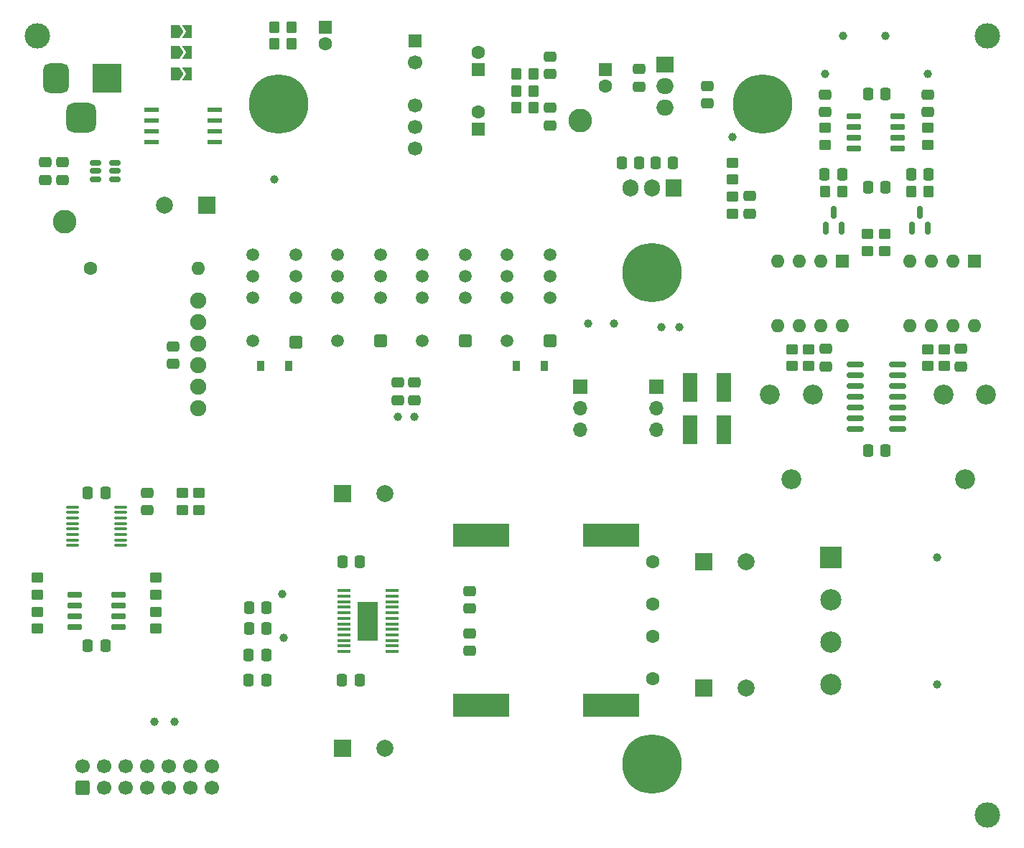
<source format=gts>
G04 #@! TF.GenerationSoftware,KiCad,Pcbnew,6.0.6-2.fc35*
G04 #@! TF.CreationDate,2022-07-15T01:41:46+02:00*
G04 #@! TF.ProjectId,office_amp,6f666669-6365-45f6-916d-702e6b696361,rev?*
G04 #@! TF.SameCoordinates,Original*
G04 #@! TF.FileFunction,Soldermask,Top*
G04 #@! TF.FilePolarity,Negative*
%FSLAX46Y46*%
G04 Gerber Fmt 4.6, Leading zero omitted, Abs format (unit mm)*
G04 Created by KiCad (PCBNEW 6.0.6-2.fc35) date 2022-07-15 01:41:46*
%MOMM*%
%LPD*%
G01*
G04 APERTURE LIST*
G04 Aperture macros list*
%AMRoundRect*
0 Rectangle with rounded corners*
0 $1 Rounding radius*
0 $2 $3 $4 $5 $6 $7 $8 $9 X,Y pos of 4 corners*
0 Add a 4 corners polygon primitive as box body*
4,1,4,$2,$3,$4,$5,$6,$7,$8,$9,$2,$3,0*
0 Add four circle primitives for the rounded corners*
1,1,$1+$1,$2,$3*
1,1,$1+$1,$4,$5*
1,1,$1+$1,$6,$7*
1,1,$1+$1,$8,$9*
0 Add four rect primitives between the rounded corners*
20,1,$1+$1,$2,$3,$4,$5,0*
20,1,$1+$1,$4,$5,$6,$7,0*
20,1,$1+$1,$6,$7,$8,$9,0*
20,1,$1+$1,$8,$9,$2,$3,0*%
%AMFreePoly0*
4,1,6,1.000000,0.000000,0.500000,-0.750000,-0.500000,-0.750000,-0.500000,0.750000,0.500000,0.750000,1.000000,0.000000,1.000000,0.000000,$1*%
%AMFreePoly1*
4,1,6,0.500000,-0.750000,-0.650000,-0.750000,-0.150000,0.000000,-0.650000,0.750000,0.500000,0.750000,0.500000,-0.750000,0.500000,-0.750000,$1*%
G04 Aperture macros list end*
%ADD10RoundRect,0.250000X0.450000X-0.350000X0.450000X0.350000X-0.450000X0.350000X-0.450000X-0.350000X0*%
%ADD11FreePoly0,0.000000*%
%ADD12FreePoly1,0.000000*%
%ADD13R,1.750000X0.550000*%
%ADD14R,3.500000X3.500000*%
%ADD15RoundRect,0.750000X-0.750000X-1.000000X0.750000X-1.000000X0.750000X1.000000X-0.750000X1.000000X0*%
%ADD16RoundRect,0.875000X-0.875000X-0.875000X0.875000X-0.875000X0.875000X0.875000X-0.875000X0.875000X0*%
%ADD17RoundRect,0.150000X-0.512500X-0.150000X0.512500X-0.150000X0.512500X0.150000X-0.512500X0.150000X0*%
%ADD18RoundRect,0.250000X0.337500X0.475000X-0.337500X0.475000X-0.337500X-0.475000X0.337500X-0.475000X0*%
%ADD19RoundRect,0.250000X-0.475000X0.337500X-0.475000X-0.337500X0.475000X-0.337500X0.475000X0.337500X0*%
%ADD20RoundRect,0.250000X-0.337500X-0.475000X0.337500X-0.475000X0.337500X0.475000X-0.337500X0.475000X0*%
%ADD21R,1.600000X1.600000*%
%ADD22C,1.700000*%
%ADD23C,1.900000*%
%ADD24R,2.000000X2.000000*%
%ADD25C,2.000000*%
%ADD26RoundRect,0.250000X0.600000X-0.600000X0.600000X0.600000X-0.600000X0.600000X-0.600000X-0.600000X0*%
%ADD27C,1.600000*%
%ADD28RoundRect,0.250000X0.475000X-0.337500X0.475000X0.337500X-0.475000X0.337500X-0.475000X-0.337500X0*%
%ADD29R,0.900000X1.200000*%
%ADD30RoundRect,0.250500X0.499500X0.499500X-0.499500X0.499500X-0.499500X-0.499500X0.499500X-0.499500X0*%
%ADD31C,1.500000*%
%ADD32RoundRect,0.250000X-0.450000X0.350000X-0.450000X-0.350000X0.450000X-0.350000X0.450000X0.350000X0*%
%ADD33C,2.340000*%
%ADD34R,1.905000X2.000000*%
%ADD35O,1.905000X2.000000*%
%ADD36O,1.600000X1.600000*%
%ADD37RoundRect,0.250000X-0.350000X-0.450000X0.350000X-0.450000X0.350000X0.450000X-0.350000X0.450000X0*%
%ADD38RoundRect,0.150000X0.150000X-0.587500X0.150000X0.587500X-0.150000X0.587500X-0.150000X-0.587500X0*%
%ADD39RoundRect,0.250000X0.350000X0.450000X-0.350000X0.450000X-0.350000X-0.450000X0.350000X-0.450000X0*%
%ADD40R,1.700000X1.700000*%
%ADD41O,1.700000X1.700000*%
%ADD42R,2.400000X4.680000*%
%ADD43RoundRect,0.100000X-0.687500X-0.100000X0.687500X-0.100000X0.687500X0.100000X-0.687500X0.100000X0*%
%ADD44R,2.500000X2.500000*%
%ADD45C,2.500000*%
%ADD46R,6.705000X2.794000*%
%ADD47C,1.000000*%
%ADD48C,7.000000*%
%ADD49C,2.800000*%
%ADD50C,3.000000*%
%ADD51RoundRect,0.150000X-0.725000X-0.150000X0.725000X-0.150000X0.725000X0.150000X-0.725000X0.150000X0*%
%ADD52R,1.800000X3.500000*%
%ADD53RoundRect,0.100000X-0.637500X-0.100000X0.637500X-0.100000X0.637500X0.100000X-0.637500X0.100000X0*%
%ADD54R,2.000000X1.905000*%
%ADD55O,2.000000X1.905000*%
%ADD56RoundRect,0.150000X0.825000X0.150000X-0.825000X0.150000X-0.825000X-0.150000X0.825000X-0.150000X0*%
%ADD57RoundRect,0.150000X0.725000X0.150000X-0.725000X0.150000X-0.725000X-0.150000X0.725000X-0.150000X0*%
G04 APERTURE END LIST*
D10*
X113100000Y-118000000D03*
X113100000Y-116000000D03*
X111100000Y-118000000D03*
X111100000Y-116000000D03*
D11*
X110275000Y-61500000D03*
D12*
X111725000Y-61500000D03*
D13*
X114900000Y-70800000D03*
X114900000Y-74610000D03*
X114900000Y-73340000D03*
X114900000Y-72070000D03*
X107500000Y-74610000D03*
X107500000Y-72070000D03*
X107500000Y-70800000D03*
X107500000Y-73340000D03*
D14*
X102200000Y-67000000D03*
D15*
X96200000Y-67000000D03*
D16*
X99200000Y-71700000D03*
D17*
X100862500Y-77050000D03*
X100862500Y-78000000D03*
X100862500Y-78950000D03*
X103137500Y-78950000D03*
X103137500Y-78000000D03*
X103137500Y-77050000D03*
D18*
X168982500Y-77000000D03*
X166907500Y-77000000D03*
D19*
X165000000Y-65962500D03*
X165000000Y-68037500D03*
D20*
X162907500Y-77000000D03*
X164982500Y-77000000D03*
D21*
X138550000Y-62600000D03*
D22*
X138550000Y-65140000D03*
X138550000Y-70220000D03*
X138550000Y-72760000D03*
X138550000Y-75300000D03*
D23*
X113000000Y-106000000D03*
X113000000Y-103460000D03*
X113000000Y-100920000D03*
X113000000Y-98380000D03*
X113000000Y-95840000D03*
X113000000Y-93300000D03*
D24*
X130000000Y-146100000D03*
D25*
X135000000Y-146100000D03*
D26*
X99380000Y-150752500D03*
D22*
X99380000Y-148212500D03*
X101920000Y-150752500D03*
X101920000Y-148212500D03*
X104460000Y-150752500D03*
X104460000Y-148212500D03*
X107000000Y-150752500D03*
X107000000Y-148212500D03*
X109540000Y-150752500D03*
X109540000Y-148212500D03*
X112080000Y-150752500D03*
X112080000Y-148212500D03*
X114620000Y-150752500D03*
X114620000Y-148212500D03*
D21*
X128000000Y-61000000D03*
D27*
X128000000Y-63000000D03*
D21*
X161000000Y-66000000D03*
D27*
X161000000Y-68000000D03*
D21*
X146000000Y-73044888D03*
D27*
X146000000Y-71044888D03*
D28*
X186900000Y-71037500D03*
X186900000Y-68962500D03*
D20*
X197062500Y-78400000D03*
X199137500Y-78400000D03*
D18*
X188937500Y-78400000D03*
X186862500Y-78400000D03*
X194037500Y-111000000D03*
X191962500Y-111000000D03*
D21*
X146000000Y-66000000D03*
D27*
X146000000Y-64000000D03*
D28*
X202950000Y-101037500D03*
X202950000Y-98962500D03*
X187000000Y-101037500D03*
X187000000Y-98962500D03*
D29*
X153800000Y-101000000D03*
X150500000Y-101000000D03*
X123650000Y-101000000D03*
X120350000Y-101000000D03*
D30*
X154500000Y-98000000D03*
D31*
X154500000Y-92920000D03*
X154500000Y-90380000D03*
X154500000Y-87840000D03*
X149420000Y-87840000D03*
X149420000Y-90380000D03*
X149420000Y-92920000D03*
X149420000Y-98000000D03*
D30*
X134500000Y-98000000D03*
D31*
X134500000Y-92920000D03*
X134500000Y-90380000D03*
X134500000Y-87840000D03*
X129420000Y-87840000D03*
X129420000Y-90380000D03*
X129420000Y-92920000D03*
X129420000Y-98000000D03*
D10*
X186900000Y-74900000D03*
X186900000Y-72900000D03*
D32*
X193900000Y-85400000D03*
X193900000Y-87400000D03*
X191900000Y-85400000D03*
X191900000Y-87400000D03*
D10*
X200950000Y-101000000D03*
X200950000Y-99000000D03*
X185000000Y-101000000D03*
X185000000Y-99000000D03*
D32*
X199000000Y-99000000D03*
X199000000Y-101000000D03*
X183000000Y-99000000D03*
X183000000Y-101000000D03*
D33*
X200900000Y-104400000D03*
X203400000Y-114400000D03*
X205900000Y-104400000D03*
X180425000Y-104400000D03*
X182925000Y-114400000D03*
X185425000Y-104400000D03*
D34*
X169000000Y-80000000D03*
D35*
X166460000Y-80000000D03*
X163920000Y-80000000D03*
D21*
X188900000Y-88600000D03*
D36*
X186360000Y-88600000D03*
X183820000Y-88600000D03*
X181280000Y-88600000D03*
X181280000Y-96220000D03*
X183820000Y-96220000D03*
X186360000Y-96220000D03*
X188900000Y-96220000D03*
D11*
X110275000Y-64000000D03*
D12*
X111725000Y-64000000D03*
D24*
X114000000Y-82000000D03*
D25*
X109000000Y-82000000D03*
D28*
X97000000Y-79037500D03*
X97000000Y-76962500D03*
X95000000Y-79037500D03*
X95000000Y-76962500D03*
D21*
X204520000Y-88600000D03*
D36*
X201980000Y-88600000D03*
X199440000Y-88600000D03*
X196900000Y-88600000D03*
X196900000Y-96220000D03*
X199440000Y-96220000D03*
X201980000Y-96220000D03*
X204520000Y-96220000D03*
D20*
X191962500Y-68900000D03*
X194037500Y-68900000D03*
D10*
X199000000Y-74900000D03*
X199000000Y-72900000D03*
D28*
X199000000Y-71037500D03*
X199000000Y-68962500D03*
D37*
X197100000Y-80400000D03*
X199100000Y-80400000D03*
D38*
X197150000Y-84737500D03*
X199050000Y-84737500D03*
X198100000Y-82862500D03*
X186950000Y-84737500D03*
X188850000Y-84737500D03*
X187900000Y-82862500D03*
D39*
X188900000Y-80400000D03*
X186900000Y-80400000D03*
D20*
X191962500Y-79900000D03*
X194037500Y-79900000D03*
D40*
X158000000Y-103475000D03*
D41*
X158000000Y-106015000D03*
X158000000Y-108555000D03*
D27*
X166600000Y-124100000D03*
X166600000Y-129100000D03*
D42*
X133000000Y-131100000D03*
D43*
X130137500Y-127525000D03*
X130137500Y-128175000D03*
X130137500Y-128825000D03*
X130137500Y-129475000D03*
X130137500Y-130125000D03*
X130137500Y-130775000D03*
X130137500Y-131425000D03*
X130137500Y-132075000D03*
X130137500Y-132725000D03*
X130137500Y-133375000D03*
X130137500Y-134025000D03*
X130137500Y-134675000D03*
X135862500Y-134675000D03*
X135862500Y-134025000D03*
X135862500Y-133375000D03*
X135862500Y-132725000D03*
X135862500Y-132075000D03*
X135862500Y-131425000D03*
X135862500Y-130775000D03*
X135862500Y-130125000D03*
X135862500Y-129475000D03*
X135862500Y-128825000D03*
X135862500Y-128175000D03*
X135862500Y-127525000D03*
D19*
X145000000Y-127562500D03*
X145000000Y-129637500D03*
D44*
X187600000Y-123600000D03*
D45*
X187600000Y-128600000D03*
X187600000Y-133600000D03*
X187600000Y-138600000D03*
D18*
X121037500Y-129500000D03*
X118962500Y-129500000D03*
D24*
X172600000Y-139000000D03*
D25*
X177600000Y-139000000D03*
D46*
X146316500Y-121000000D03*
X161683500Y-121000000D03*
D28*
X145000000Y-134637500D03*
X145000000Y-132562500D03*
D18*
X121000000Y-135100000D03*
X118925000Y-135100000D03*
D27*
X166600000Y-132900000D03*
X166600000Y-137900000D03*
D20*
X129962500Y-138100000D03*
X132037500Y-138100000D03*
X130000000Y-124100000D03*
X132075000Y-124100000D03*
D24*
X172600000Y-124100000D03*
D25*
X177600000Y-124100000D03*
D46*
X146316500Y-141000000D03*
X161683500Y-141000000D03*
D24*
X130000000Y-116100000D03*
D25*
X135000000Y-116100000D03*
D18*
X121000000Y-138100000D03*
X118925000Y-138100000D03*
X121037500Y-132000000D03*
X118962500Y-132000000D03*
D30*
X124500000Y-98180000D03*
D31*
X124500000Y-92920000D03*
X124500000Y-90380000D03*
X124500000Y-87840000D03*
X119420000Y-87840000D03*
X119420000Y-90380000D03*
X119420000Y-92920000D03*
X119420000Y-98000000D03*
D40*
X167000000Y-103475000D03*
D41*
X167000000Y-106015000D03*
X167000000Y-108555000D03*
D30*
X144500000Y-98000000D03*
D31*
X144500000Y-92920000D03*
X144500000Y-90380000D03*
X144500000Y-87840000D03*
X139420000Y-87840000D03*
X139420000Y-90380000D03*
X139420000Y-92920000D03*
X139420000Y-98000000D03*
D19*
X138500000Y-102962500D03*
X138500000Y-105037500D03*
D47*
X200100000Y-138600000D03*
D28*
X178000000Y-83037500D03*
X178000000Y-80962500D03*
D47*
X122900000Y-127900000D03*
X136500000Y-107000000D03*
D39*
X152500000Y-70544888D03*
X150500000Y-70544888D03*
D48*
X179500000Y-70050000D03*
D28*
X154500000Y-72582388D03*
X154500000Y-70507388D03*
D32*
X108000000Y-126000000D03*
X108000000Y-128000000D03*
D47*
X167600000Y-96400000D03*
D18*
X102037500Y-134000000D03*
X99962500Y-134000000D03*
D47*
X138500000Y-107000000D03*
D10*
X94000000Y-132000000D03*
X94000000Y-130000000D03*
D48*
X166500000Y-147950000D03*
D47*
X159000000Y-96000000D03*
D49*
X97250000Y-84000000D03*
D47*
X176000000Y-74000000D03*
D10*
X108000000Y-132000000D03*
X108000000Y-130000000D03*
D19*
X136500000Y-102962500D03*
X136500000Y-105037500D03*
D10*
X176000000Y-79000000D03*
X176000000Y-77000000D03*
D11*
X110275000Y-66500000D03*
D12*
X111725000Y-66500000D03*
D47*
X199000000Y-66500000D03*
D39*
X152500000Y-66544888D03*
X150500000Y-66544888D03*
D47*
X200100000Y-123600000D03*
D39*
X124000000Y-61000000D03*
X122000000Y-61000000D03*
D50*
X94000000Y-62000000D03*
D47*
X122000000Y-79000000D03*
D28*
X154500000Y-66544888D03*
X154500000Y-64469888D03*
X107000000Y-118037500D03*
X107000000Y-115962500D03*
D47*
X186900000Y-66550000D03*
X110200000Y-143000000D03*
D51*
X98425000Y-127995000D03*
X98425000Y-129265000D03*
X98425000Y-130535000D03*
X98425000Y-131805000D03*
X103575000Y-131805000D03*
X103575000Y-130535000D03*
X103575000Y-129265000D03*
X103575000Y-127995000D03*
D47*
X169750000Y-96400000D03*
D19*
X110000000Y-98662500D03*
X110000000Y-100737500D03*
D47*
X107800000Y-143000000D03*
D52*
X175000000Y-108500000D03*
X175000000Y-103500000D03*
D53*
X98137500Y-117625000D03*
X98137500Y-118275000D03*
X98137500Y-118925000D03*
X98137500Y-119575000D03*
X98137500Y-120225000D03*
X98137500Y-120875000D03*
X98137500Y-121525000D03*
X98137500Y-122175000D03*
X103862500Y-122175000D03*
X103862500Y-121525000D03*
X103862500Y-120875000D03*
X103862500Y-120225000D03*
X103862500Y-119575000D03*
X103862500Y-118925000D03*
X103862500Y-118275000D03*
X103862500Y-117625000D03*
D50*
X206000000Y-62000000D03*
D54*
X168055000Y-65460000D03*
D55*
X168055000Y-68000000D03*
X168055000Y-70540000D03*
D47*
X189000000Y-62000000D03*
D10*
X176000000Y-83000000D03*
X176000000Y-81000000D03*
D56*
X195437500Y-108410000D03*
X195437500Y-107140000D03*
X195437500Y-105870000D03*
X195437500Y-104600000D03*
X195437500Y-103330000D03*
X195437500Y-102060000D03*
X195437500Y-100790000D03*
X190487500Y-100790000D03*
X190487500Y-102060000D03*
X190487500Y-103330000D03*
X190487500Y-104600000D03*
X190487500Y-105870000D03*
X190487500Y-107140000D03*
X190487500Y-108410000D03*
D47*
X123100000Y-133100000D03*
D18*
X102037500Y-116000000D03*
X99962500Y-116000000D03*
D52*
X171000000Y-108500000D03*
X171000000Y-103500000D03*
D27*
X100300000Y-89500000D03*
D36*
X113000000Y-89500000D03*
D32*
X94000000Y-126000000D03*
X94000000Y-128000000D03*
D48*
X166500000Y-90000000D03*
D39*
X124000000Y-63000000D03*
X122000000Y-63000000D03*
D49*
X158000000Y-72000000D03*
D48*
X122500000Y-70050000D03*
D47*
X162000000Y-96000000D03*
D57*
X195475000Y-75305000D03*
X195475000Y-74035000D03*
X195475000Y-72765000D03*
X195475000Y-71495000D03*
X190325000Y-71495000D03*
X190325000Y-72765000D03*
X190325000Y-74035000D03*
X190325000Y-75305000D03*
D50*
X206000000Y-154000000D03*
D47*
X194000000Y-62000000D03*
D28*
X173000000Y-70037500D03*
X173000000Y-67962500D03*
D39*
X152500000Y-68544888D03*
X150500000Y-68544888D03*
M02*

</source>
